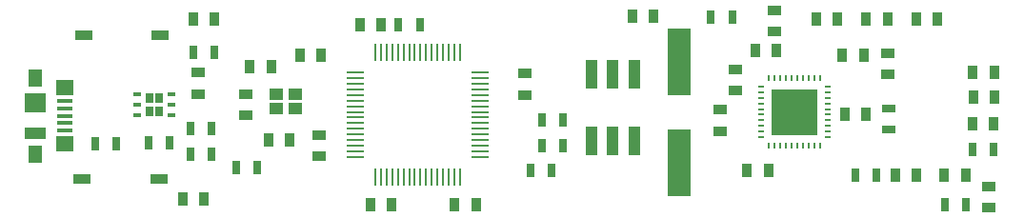
<source format=gtp>
G04 Layer_Color=8421504*
%FSLAX25Y25*%
%MOIN*%
G70*
G01*
G75*
%ADD11R,0.16142X0.16142*%
%ADD12O,0.02559X0.00787*%
%ADD13O,0.00787X0.02559*%
%ADD14R,0.03543X0.05118*%
%ADD15R,0.02756X0.05118*%
%ADD16R,0.05118X0.02756*%
%ADD17R,0.04331X0.10236*%
%ADD18R,0.05118X0.03543*%
%ADD19R,0.04724X0.03937*%
%ADD20O,0.00984X0.06102*%
%ADD21O,0.06102X0.00984*%
%ADD22R,0.05905X0.03543*%
%ADD25R,0.07874X0.23622*%
%ADD26R,0.05118X0.06496*%
%ADD27R,0.07480X0.07087*%
%ADD28R,0.05827X0.01772*%
%ADD29R,0.06102X0.05610*%
%ADD30R,0.07480X0.03937*%
%ADD43R,0.02756X0.03740*%
%ADD44R,0.02756X0.01378*%
D11*
X577756Y274508D02*
D03*
D12*
X589468Y283366D02*
D03*
Y281398D02*
D03*
Y279429D02*
D03*
Y277461D02*
D03*
Y275492D02*
D03*
Y273524D02*
D03*
Y271555D02*
D03*
Y269587D02*
D03*
Y267618D02*
D03*
Y265650D02*
D03*
X566043D02*
D03*
Y267618D02*
D03*
Y269587D02*
D03*
Y271555D02*
D03*
Y273524D02*
D03*
Y275492D02*
D03*
Y277461D02*
D03*
Y279429D02*
D03*
Y281398D02*
D03*
Y283366D02*
D03*
D13*
X586614Y262795D02*
D03*
X584646D02*
D03*
X582677D02*
D03*
X580709D02*
D03*
X578740D02*
D03*
X576772D02*
D03*
X574803D02*
D03*
X572835D02*
D03*
X570866D02*
D03*
X568898D02*
D03*
Y286221D02*
D03*
X570866D02*
D03*
X572835D02*
D03*
X574803D02*
D03*
X576772D02*
D03*
X578740D02*
D03*
X580709D02*
D03*
X582677D02*
D03*
X584646D02*
D03*
X586614D02*
D03*
D14*
X612992Y252284D02*
D03*
X620472D02*
D03*
X458858Y242126D02*
D03*
X466339D02*
D03*
X429331D02*
D03*
X436811D02*
D03*
X433063Y305118D02*
D03*
X425583D02*
D03*
X404724Y294291D02*
D03*
X412205D02*
D03*
X394685Y290354D02*
D03*
X387205D02*
D03*
X367323Y307087D02*
D03*
X374803D02*
D03*
X371063Y244094D02*
D03*
X363583D02*
D03*
X393701Y264764D02*
D03*
X401181D02*
D03*
X568701Y253937D02*
D03*
X561221D02*
D03*
X564075Y296063D02*
D03*
X571555D02*
D03*
X602756Y273819D02*
D03*
X595276D02*
D03*
X594488Y294291D02*
D03*
X601968D02*
D03*
X647638Y288484D02*
D03*
X640158D02*
D03*
X585236Y306890D02*
D03*
X592717D02*
D03*
X610335Y306988D02*
D03*
X602854D02*
D03*
X630217Y252284D02*
D03*
X637697D02*
D03*
X647539Y270374D02*
D03*
X640059D02*
D03*
X647736Y279626D02*
D03*
X640256D02*
D03*
X528445Y308071D02*
D03*
X520965D02*
D03*
X620276Y306890D02*
D03*
X627756D02*
D03*
D15*
X599016Y252362D02*
D03*
X606496D02*
D03*
X446654Y305118D02*
D03*
X439173D02*
D03*
X374803Y295284D02*
D03*
X367323D02*
D03*
X389764Y254921D02*
D03*
X382283D02*
D03*
X333071Y263484D02*
D03*
X340551D02*
D03*
X351575Y263779D02*
D03*
X359055D02*
D03*
X366339Y268701D02*
D03*
X373819D02*
D03*
X366339Y259842D02*
D03*
X373819D02*
D03*
X489370Y271654D02*
D03*
X496850D02*
D03*
X489370Y262795D02*
D03*
X496850D02*
D03*
X485236Y253937D02*
D03*
X492717D02*
D03*
X637894Y242126D02*
D03*
X630413D02*
D03*
X647441Y261221D02*
D03*
X639961D02*
D03*
X548425Y307776D02*
D03*
X555905D02*
D03*
D16*
X610728Y275787D02*
D03*
Y268307D02*
D03*
D17*
X506693Y264469D02*
D03*
X514173D02*
D03*
X521654D02*
D03*
Y287697D02*
D03*
X514173D02*
D03*
X506693D02*
D03*
D18*
X483268Y287992D02*
D03*
Y280512D02*
D03*
X411417Y266339D02*
D03*
Y258858D02*
D03*
X385827Y273228D02*
D03*
Y280709D02*
D03*
X369094D02*
D03*
Y288189D02*
D03*
X551870Y275295D02*
D03*
Y267815D02*
D03*
X570628Y302559D02*
D03*
Y310039D02*
D03*
X557087Y281980D02*
D03*
Y289460D02*
D03*
X610236Y287598D02*
D03*
Y295079D02*
D03*
X645669Y240945D02*
D03*
Y248425D02*
D03*
D19*
X396260Y280709D02*
D03*
X402953D02*
D03*
Y275590D02*
D03*
X396260D02*
D03*
D20*
X431102Y295276D02*
D03*
X433071D02*
D03*
X435039D02*
D03*
X437008D02*
D03*
X438976D02*
D03*
X440945D02*
D03*
X442913D02*
D03*
X444882D02*
D03*
X446850D02*
D03*
X448819D02*
D03*
X450787D02*
D03*
X452756D02*
D03*
X454724D02*
D03*
X456693D02*
D03*
X458661D02*
D03*
X460630D02*
D03*
Y251772D02*
D03*
X458661D02*
D03*
X456693D02*
D03*
X454724D02*
D03*
X452756D02*
D03*
X450787D02*
D03*
X448819D02*
D03*
X446850D02*
D03*
X444882D02*
D03*
X442913D02*
D03*
X440945D02*
D03*
X438976D02*
D03*
X437008D02*
D03*
X435039D02*
D03*
X433071D02*
D03*
X431102D02*
D03*
D21*
X467618Y288287D02*
D03*
Y286319D02*
D03*
Y284350D02*
D03*
Y282382D02*
D03*
Y280413D02*
D03*
Y278445D02*
D03*
Y276476D02*
D03*
Y274508D02*
D03*
Y272539D02*
D03*
Y270571D02*
D03*
Y268602D02*
D03*
Y266634D02*
D03*
Y264665D02*
D03*
Y262697D02*
D03*
Y260728D02*
D03*
Y258760D02*
D03*
X424114D02*
D03*
Y260728D02*
D03*
Y262697D02*
D03*
Y264665D02*
D03*
Y266634D02*
D03*
Y268602D02*
D03*
Y270571D02*
D03*
Y272539D02*
D03*
Y274508D02*
D03*
Y276476D02*
D03*
Y278445D02*
D03*
Y280413D02*
D03*
Y282382D02*
D03*
Y284350D02*
D03*
Y286319D02*
D03*
Y288287D02*
D03*
D22*
X328543Y250984D02*
D03*
X355315D02*
D03*
X355807Y301378D02*
D03*
X329035D02*
D03*
D25*
X537402Y291995D02*
D03*
Y256561D02*
D03*
D26*
X312008Y259842D02*
D03*
Y286417D02*
D03*
D27*
Y277658D02*
D03*
D28*
X322441Y270571D02*
D03*
Y268012D02*
D03*
Y273130D02*
D03*
Y275689D02*
D03*
Y278248D02*
D03*
D29*
X322284Y263327D02*
D03*
Y282933D02*
D03*
D30*
X312008Y267028D02*
D03*
D43*
X351969Y274705D02*
D03*
X355512D02*
D03*
Y279232D02*
D03*
X351969D02*
D03*
D44*
X359842Y280709D02*
D03*
Y276969D02*
D03*
X359843Y273228D02*
D03*
X347638D02*
D03*
X347638Y276969D02*
D03*
Y280709D02*
D03*
M02*

</source>
